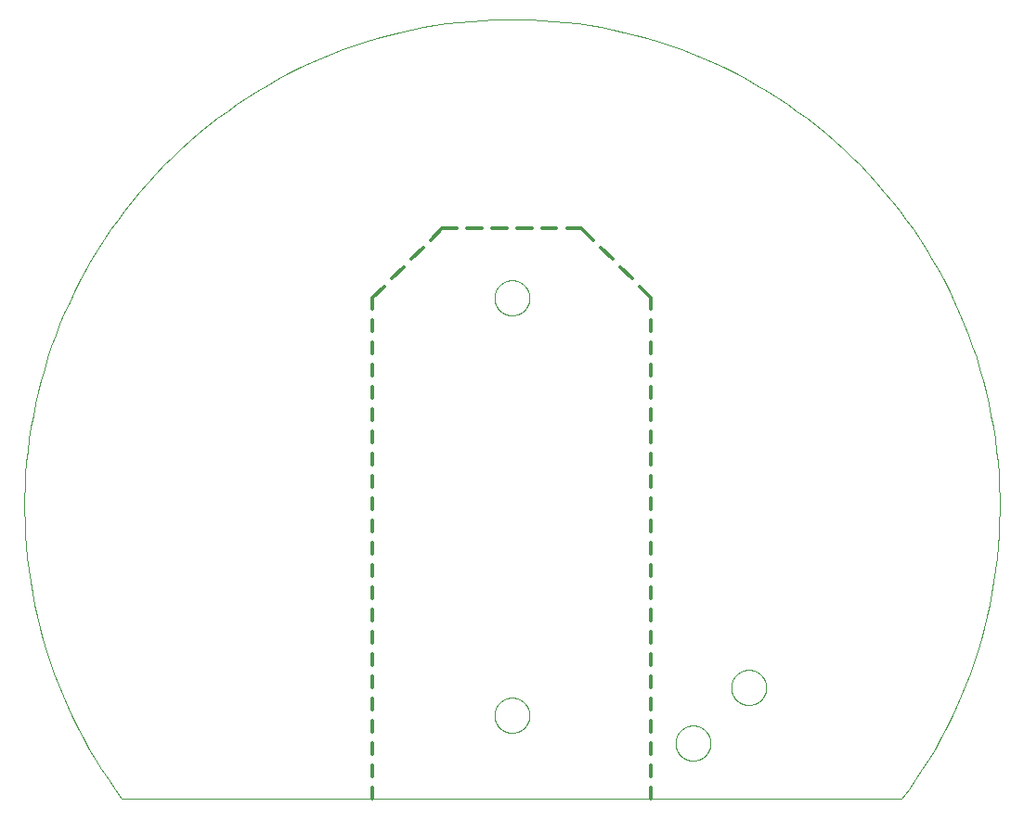
<source format=gbo>
G75*
%MOIN*%
%OFA0B0*%
%FSLAX25Y25*%
%IPPOS*%
%LPD*%
%AMOC8*
5,1,8,0,0,1.08239X$1,22.5*
%
%ADD10C,0.00000*%
%ADD11C,0.01200*%
D10*
X0101095Y0049933D02*
X0381095Y0049933D01*
X0319796Y0089933D02*
X0319798Y0090091D01*
X0319804Y0090249D01*
X0319814Y0090407D01*
X0319828Y0090565D01*
X0319846Y0090722D01*
X0319867Y0090879D01*
X0319893Y0091035D01*
X0319923Y0091191D01*
X0319956Y0091346D01*
X0319994Y0091499D01*
X0320035Y0091652D01*
X0320080Y0091804D01*
X0320129Y0091955D01*
X0320182Y0092104D01*
X0320238Y0092252D01*
X0320298Y0092398D01*
X0320362Y0092543D01*
X0320430Y0092686D01*
X0320501Y0092828D01*
X0320575Y0092968D01*
X0320653Y0093105D01*
X0320735Y0093241D01*
X0320819Y0093375D01*
X0320908Y0093506D01*
X0320999Y0093635D01*
X0321094Y0093762D01*
X0321191Y0093887D01*
X0321292Y0094009D01*
X0321396Y0094128D01*
X0321503Y0094245D01*
X0321613Y0094359D01*
X0321726Y0094470D01*
X0321841Y0094579D01*
X0321959Y0094684D01*
X0322080Y0094786D01*
X0322203Y0094886D01*
X0322329Y0094982D01*
X0322457Y0095075D01*
X0322587Y0095165D01*
X0322720Y0095251D01*
X0322855Y0095335D01*
X0322991Y0095414D01*
X0323130Y0095491D01*
X0323271Y0095563D01*
X0323413Y0095633D01*
X0323557Y0095698D01*
X0323703Y0095760D01*
X0323850Y0095818D01*
X0323999Y0095873D01*
X0324149Y0095924D01*
X0324300Y0095971D01*
X0324452Y0096014D01*
X0324605Y0096053D01*
X0324760Y0096089D01*
X0324915Y0096120D01*
X0325071Y0096148D01*
X0325227Y0096172D01*
X0325384Y0096192D01*
X0325542Y0096208D01*
X0325699Y0096220D01*
X0325858Y0096228D01*
X0326016Y0096232D01*
X0326174Y0096232D01*
X0326332Y0096228D01*
X0326491Y0096220D01*
X0326648Y0096208D01*
X0326806Y0096192D01*
X0326963Y0096172D01*
X0327119Y0096148D01*
X0327275Y0096120D01*
X0327430Y0096089D01*
X0327585Y0096053D01*
X0327738Y0096014D01*
X0327890Y0095971D01*
X0328041Y0095924D01*
X0328191Y0095873D01*
X0328340Y0095818D01*
X0328487Y0095760D01*
X0328633Y0095698D01*
X0328777Y0095633D01*
X0328919Y0095563D01*
X0329060Y0095491D01*
X0329199Y0095414D01*
X0329335Y0095335D01*
X0329470Y0095251D01*
X0329603Y0095165D01*
X0329733Y0095075D01*
X0329861Y0094982D01*
X0329987Y0094886D01*
X0330110Y0094786D01*
X0330231Y0094684D01*
X0330349Y0094579D01*
X0330464Y0094470D01*
X0330577Y0094359D01*
X0330687Y0094245D01*
X0330794Y0094128D01*
X0330898Y0094009D01*
X0330999Y0093887D01*
X0331096Y0093762D01*
X0331191Y0093635D01*
X0331282Y0093506D01*
X0331371Y0093375D01*
X0331455Y0093241D01*
X0331537Y0093105D01*
X0331615Y0092968D01*
X0331689Y0092828D01*
X0331760Y0092686D01*
X0331828Y0092543D01*
X0331892Y0092398D01*
X0331952Y0092252D01*
X0332008Y0092104D01*
X0332061Y0091955D01*
X0332110Y0091804D01*
X0332155Y0091652D01*
X0332196Y0091499D01*
X0332234Y0091346D01*
X0332267Y0091191D01*
X0332297Y0091035D01*
X0332323Y0090879D01*
X0332344Y0090722D01*
X0332362Y0090565D01*
X0332376Y0090407D01*
X0332386Y0090249D01*
X0332392Y0090091D01*
X0332394Y0089933D01*
X0332392Y0089775D01*
X0332386Y0089617D01*
X0332376Y0089459D01*
X0332362Y0089301D01*
X0332344Y0089144D01*
X0332323Y0088987D01*
X0332297Y0088831D01*
X0332267Y0088675D01*
X0332234Y0088520D01*
X0332196Y0088367D01*
X0332155Y0088214D01*
X0332110Y0088062D01*
X0332061Y0087911D01*
X0332008Y0087762D01*
X0331952Y0087614D01*
X0331892Y0087468D01*
X0331828Y0087323D01*
X0331760Y0087180D01*
X0331689Y0087038D01*
X0331615Y0086898D01*
X0331537Y0086761D01*
X0331455Y0086625D01*
X0331371Y0086491D01*
X0331282Y0086360D01*
X0331191Y0086231D01*
X0331096Y0086104D01*
X0330999Y0085979D01*
X0330898Y0085857D01*
X0330794Y0085738D01*
X0330687Y0085621D01*
X0330577Y0085507D01*
X0330464Y0085396D01*
X0330349Y0085287D01*
X0330231Y0085182D01*
X0330110Y0085080D01*
X0329987Y0084980D01*
X0329861Y0084884D01*
X0329733Y0084791D01*
X0329603Y0084701D01*
X0329470Y0084615D01*
X0329335Y0084531D01*
X0329199Y0084452D01*
X0329060Y0084375D01*
X0328919Y0084303D01*
X0328777Y0084233D01*
X0328633Y0084168D01*
X0328487Y0084106D01*
X0328340Y0084048D01*
X0328191Y0083993D01*
X0328041Y0083942D01*
X0327890Y0083895D01*
X0327738Y0083852D01*
X0327585Y0083813D01*
X0327430Y0083777D01*
X0327275Y0083746D01*
X0327119Y0083718D01*
X0326963Y0083694D01*
X0326806Y0083674D01*
X0326648Y0083658D01*
X0326491Y0083646D01*
X0326332Y0083638D01*
X0326174Y0083634D01*
X0326016Y0083634D01*
X0325858Y0083638D01*
X0325699Y0083646D01*
X0325542Y0083658D01*
X0325384Y0083674D01*
X0325227Y0083694D01*
X0325071Y0083718D01*
X0324915Y0083746D01*
X0324760Y0083777D01*
X0324605Y0083813D01*
X0324452Y0083852D01*
X0324300Y0083895D01*
X0324149Y0083942D01*
X0323999Y0083993D01*
X0323850Y0084048D01*
X0323703Y0084106D01*
X0323557Y0084168D01*
X0323413Y0084233D01*
X0323271Y0084303D01*
X0323130Y0084375D01*
X0322991Y0084452D01*
X0322855Y0084531D01*
X0322720Y0084615D01*
X0322587Y0084701D01*
X0322457Y0084791D01*
X0322329Y0084884D01*
X0322203Y0084980D01*
X0322080Y0085080D01*
X0321959Y0085182D01*
X0321841Y0085287D01*
X0321726Y0085396D01*
X0321613Y0085507D01*
X0321503Y0085621D01*
X0321396Y0085738D01*
X0321292Y0085857D01*
X0321191Y0085979D01*
X0321094Y0086104D01*
X0320999Y0086231D01*
X0320908Y0086360D01*
X0320819Y0086491D01*
X0320735Y0086625D01*
X0320653Y0086761D01*
X0320575Y0086898D01*
X0320501Y0087038D01*
X0320430Y0087180D01*
X0320362Y0087323D01*
X0320298Y0087468D01*
X0320238Y0087614D01*
X0320182Y0087762D01*
X0320129Y0087911D01*
X0320080Y0088062D01*
X0320035Y0088214D01*
X0319994Y0088367D01*
X0319956Y0088520D01*
X0319923Y0088675D01*
X0319893Y0088831D01*
X0319867Y0088987D01*
X0319846Y0089144D01*
X0319828Y0089301D01*
X0319814Y0089459D01*
X0319804Y0089617D01*
X0319798Y0089775D01*
X0319796Y0089933D01*
X0299796Y0069933D02*
X0299798Y0070091D01*
X0299804Y0070249D01*
X0299814Y0070407D01*
X0299828Y0070565D01*
X0299846Y0070722D01*
X0299867Y0070879D01*
X0299893Y0071035D01*
X0299923Y0071191D01*
X0299956Y0071346D01*
X0299994Y0071499D01*
X0300035Y0071652D01*
X0300080Y0071804D01*
X0300129Y0071955D01*
X0300182Y0072104D01*
X0300238Y0072252D01*
X0300298Y0072398D01*
X0300362Y0072543D01*
X0300430Y0072686D01*
X0300501Y0072828D01*
X0300575Y0072968D01*
X0300653Y0073105D01*
X0300735Y0073241D01*
X0300819Y0073375D01*
X0300908Y0073506D01*
X0300999Y0073635D01*
X0301094Y0073762D01*
X0301191Y0073887D01*
X0301292Y0074009D01*
X0301396Y0074128D01*
X0301503Y0074245D01*
X0301613Y0074359D01*
X0301726Y0074470D01*
X0301841Y0074579D01*
X0301959Y0074684D01*
X0302080Y0074786D01*
X0302203Y0074886D01*
X0302329Y0074982D01*
X0302457Y0075075D01*
X0302587Y0075165D01*
X0302720Y0075251D01*
X0302855Y0075335D01*
X0302991Y0075414D01*
X0303130Y0075491D01*
X0303271Y0075563D01*
X0303413Y0075633D01*
X0303557Y0075698D01*
X0303703Y0075760D01*
X0303850Y0075818D01*
X0303999Y0075873D01*
X0304149Y0075924D01*
X0304300Y0075971D01*
X0304452Y0076014D01*
X0304605Y0076053D01*
X0304760Y0076089D01*
X0304915Y0076120D01*
X0305071Y0076148D01*
X0305227Y0076172D01*
X0305384Y0076192D01*
X0305542Y0076208D01*
X0305699Y0076220D01*
X0305858Y0076228D01*
X0306016Y0076232D01*
X0306174Y0076232D01*
X0306332Y0076228D01*
X0306491Y0076220D01*
X0306648Y0076208D01*
X0306806Y0076192D01*
X0306963Y0076172D01*
X0307119Y0076148D01*
X0307275Y0076120D01*
X0307430Y0076089D01*
X0307585Y0076053D01*
X0307738Y0076014D01*
X0307890Y0075971D01*
X0308041Y0075924D01*
X0308191Y0075873D01*
X0308340Y0075818D01*
X0308487Y0075760D01*
X0308633Y0075698D01*
X0308777Y0075633D01*
X0308919Y0075563D01*
X0309060Y0075491D01*
X0309199Y0075414D01*
X0309335Y0075335D01*
X0309470Y0075251D01*
X0309603Y0075165D01*
X0309733Y0075075D01*
X0309861Y0074982D01*
X0309987Y0074886D01*
X0310110Y0074786D01*
X0310231Y0074684D01*
X0310349Y0074579D01*
X0310464Y0074470D01*
X0310577Y0074359D01*
X0310687Y0074245D01*
X0310794Y0074128D01*
X0310898Y0074009D01*
X0310999Y0073887D01*
X0311096Y0073762D01*
X0311191Y0073635D01*
X0311282Y0073506D01*
X0311371Y0073375D01*
X0311455Y0073241D01*
X0311537Y0073105D01*
X0311615Y0072968D01*
X0311689Y0072828D01*
X0311760Y0072686D01*
X0311828Y0072543D01*
X0311892Y0072398D01*
X0311952Y0072252D01*
X0312008Y0072104D01*
X0312061Y0071955D01*
X0312110Y0071804D01*
X0312155Y0071652D01*
X0312196Y0071499D01*
X0312234Y0071346D01*
X0312267Y0071191D01*
X0312297Y0071035D01*
X0312323Y0070879D01*
X0312344Y0070722D01*
X0312362Y0070565D01*
X0312376Y0070407D01*
X0312386Y0070249D01*
X0312392Y0070091D01*
X0312394Y0069933D01*
X0312392Y0069775D01*
X0312386Y0069617D01*
X0312376Y0069459D01*
X0312362Y0069301D01*
X0312344Y0069144D01*
X0312323Y0068987D01*
X0312297Y0068831D01*
X0312267Y0068675D01*
X0312234Y0068520D01*
X0312196Y0068367D01*
X0312155Y0068214D01*
X0312110Y0068062D01*
X0312061Y0067911D01*
X0312008Y0067762D01*
X0311952Y0067614D01*
X0311892Y0067468D01*
X0311828Y0067323D01*
X0311760Y0067180D01*
X0311689Y0067038D01*
X0311615Y0066898D01*
X0311537Y0066761D01*
X0311455Y0066625D01*
X0311371Y0066491D01*
X0311282Y0066360D01*
X0311191Y0066231D01*
X0311096Y0066104D01*
X0310999Y0065979D01*
X0310898Y0065857D01*
X0310794Y0065738D01*
X0310687Y0065621D01*
X0310577Y0065507D01*
X0310464Y0065396D01*
X0310349Y0065287D01*
X0310231Y0065182D01*
X0310110Y0065080D01*
X0309987Y0064980D01*
X0309861Y0064884D01*
X0309733Y0064791D01*
X0309603Y0064701D01*
X0309470Y0064615D01*
X0309335Y0064531D01*
X0309199Y0064452D01*
X0309060Y0064375D01*
X0308919Y0064303D01*
X0308777Y0064233D01*
X0308633Y0064168D01*
X0308487Y0064106D01*
X0308340Y0064048D01*
X0308191Y0063993D01*
X0308041Y0063942D01*
X0307890Y0063895D01*
X0307738Y0063852D01*
X0307585Y0063813D01*
X0307430Y0063777D01*
X0307275Y0063746D01*
X0307119Y0063718D01*
X0306963Y0063694D01*
X0306806Y0063674D01*
X0306648Y0063658D01*
X0306491Y0063646D01*
X0306332Y0063638D01*
X0306174Y0063634D01*
X0306016Y0063634D01*
X0305858Y0063638D01*
X0305699Y0063646D01*
X0305542Y0063658D01*
X0305384Y0063674D01*
X0305227Y0063694D01*
X0305071Y0063718D01*
X0304915Y0063746D01*
X0304760Y0063777D01*
X0304605Y0063813D01*
X0304452Y0063852D01*
X0304300Y0063895D01*
X0304149Y0063942D01*
X0303999Y0063993D01*
X0303850Y0064048D01*
X0303703Y0064106D01*
X0303557Y0064168D01*
X0303413Y0064233D01*
X0303271Y0064303D01*
X0303130Y0064375D01*
X0302991Y0064452D01*
X0302855Y0064531D01*
X0302720Y0064615D01*
X0302587Y0064701D01*
X0302457Y0064791D01*
X0302329Y0064884D01*
X0302203Y0064980D01*
X0302080Y0065080D01*
X0301959Y0065182D01*
X0301841Y0065287D01*
X0301726Y0065396D01*
X0301613Y0065507D01*
X0301503Y0065621D01*
X0301396Y0065738D01*
X0301292Y0065857D01*
X0301191Y0065979D01*
X0301094Y0066104D01*
X0300999Y0066231D01*
X0300908Y0066360D01*
X0300819Y0066491D01*
X0300735Y0066625D01*
X0300653Y0066761D01*
X0300575Y0066898D01*
X0300501Y0067038D01*
X0300430Y0067180D01*
X0300362Y0067323D01*
X0300298Y0067468D01*
X0300238Y0067614D01*
X0300182Y0067762D01*
X0300129Y0067911D01*
X0300080Y0068062D01*
X0300035Y0068214D01*
X0299994Y0068367D01*
X0299956Y0068520D01*
X0299923Y0068675D01*
X0299893Y0068831D01*
X0299867Y0068987D01*
X0299846Y0069144D01*
X0299828Y0069301D01*
X0299814Y0069459D01*
X0299804Y0069617D01*
X0299798Y0069775D01*
X0299796Y0069933D01*
X0234796Y0079933D02*
X0234798Y0080091D01*
X0234804Y0080249D01*
X0234814Y0080407D01*
X0234828Y0080565D01*
X0234846Y0080722D01*
X0234867Y0080879D01*
X0234893Y0081035D01*
X0234923Y0081191D01*
X0234956Y0081346D01*
X0234994Y0081499D01*
X0235035Y0081652D01*
X0235080Y0081804D01*
X0235129Y0081955D01*
X0235182Y0082104D01*
X0235238Y0082252D01*
X0235298Y0082398D01*
X0235362Y0082543D01*
X0235430Y0082686D01*
X0235501Y0082828D01*
X0235575Y0082968D01*
X0235653Y0083105D01*
X0235735Y0083241D01*
X0235819Y0083375D01*
X0235908Y0083506D01*
X0235999Y0083635D01*
X0236094Y0083762D01*
X0236191Y0083887D01*
X0236292Y0084009D01*
X0236396Y0084128D01*
X0236503Y0084245D01*
X0236613Y0084359D01*
X0236726Y0084470D01*
X0236841Y0084579D01*
X0236959Y0084684D01*
X0237080Y0084786D01*
X0237203Y0084886D01*
X0237329Y0084982D01*
X0237457Y0085075D01*
X0237587Y0085165D01*
X0237720Y0085251D01*
X0237855Y0085335D01*
X0237991Y0085414D01*
X0238130Y0085491D01*
X0238271Y0085563D01*
X0238413Y0085633D01*
X0238557Y0085698D01*
X0238703Y0085760D01*
X0238850Y0085818D01*
X0238999Y0085873D01*
X0239149Y0085924D01*
X0239300Y0085971D01*
X0239452Y0086014D01*
X0239605Y0086053D01*
X0239760Y0086089D01*
X0239915Y0086120D01*
X0240071Y0086148D01*
X0240227Y0086172D01*
X0240384Y0086192D01*
X0240542Y0086208D01*
X0240699Y0086220D01*
X0240858Y0086228D01*
X0241016Y0086232D01*
X0241174Y0086232D01*
X0241332Y0086228D01*
X0241491Y0086220D01*
X0241648Y0086208D01*
X0241806Y0086192D01*
X0241963Y0086172D01*
X0242119Y0086148D01*
X0242275Y0086120D01*
X0242430Y0086089D01*
X0242585Y0086053D01*
X0242738Y0086014D01*
X0242890Y0085971D01*
X0243041Y0085924D01*
X0243191Y0085873D01*
X0243340Y0085818D01*
X0243487Y0085760D01*
X0243633Y0085698D01*
X0243777Y0085633D01*
X0243919Y0085563D01*
X0244060Y0085491D01*
X0244199Y0085414D01*
X0244335Y0085335D01*
X0244470Y0085251D01*
X0244603Y0085165D01*
X0244733Y0085075D01*
X0244861Y0084982D01*
X0244987Y0084886D01*
X0245110Y0084786D01*
X0245231Y0084684D01*
X0245349Y0084579D01*
X0245464Y0084470D01*
X0245577Y0084359D01*
X0245687Y0084245D01*
X0245794Y0084128D01*
X0245898Y0084009D01*
X0245999Y0083887D01*
X0246096Y0083762D01*
X0246191Y0083635D01*
X0246282Y0083506D01*
X0246371Y0083375D01*
X0246455Y0083241D01*
X0246537Y0083105D01*
X0246615Y0082968D01*
X0246689Y0082828D01*
X0246760Y0082686D01*
X0246828Y0082543D01*
X0246892Y0082398D01*
X0246952Y0082252D01*
X0247008Y0082104D01*
X0247061Y0081955D01*
X0247110Y0081804D01*
X0247155Y0081652D01*
X0247196Y0081499D01*
X0247234Y0081346D01*
X0247267Y0081191D01*
X0247297Y0081035D01*
X0247323Y0080879D01*
X0247344Y0080722D01*
X0247362Y0080565D01*
X0247376Y0080407D01*
X0247386Y0080249D01*
X0247392Y0080091D01*
X0247394Y0079933D01*
X0247392Y0079775D01*
X0247386Y0079617D01*
X0247376Y0079459D01*
X0247362Y0079301D01*
X0247344Y0079144D01*
X0247323Y0078987D01*
X0247297Y0078831D01*
X0247267Y0078675D01*
X0247234Y0078520D01*
X0247196Y0078367D01*
X0247155Y0078214D01*
X0247110Y0078062D01*
X0247061Y0077911D01*
X0247008Y0077762D01*
X0246952Y0077614D01*
X0246892Y0077468D01*
X0246828Y0077323D01*
X0246760Y0077180D01*
X0246689Y0077038D01*
X0246615Y0076898D01*
X0246537Y0076761D01*
X0246455Y0076625D01*
X0246371Y0076491D01*
X0246282Y0076360D01*
X0246191Y0076231D01*
X0246096Y0076104D01*
X0245999Y0075979D01*
X0245898Y0075857D01*
X0245794Y0075738D01*
X0245687Y0075621D01*
X0245577Y0075507D01*
X0245464Y0075396D01*
X0245349Y0075287D01*
X0245231Y0075182D01*
X0245110Y0075080D01*
X0244987Y0074980D01*
X0244861Y0074884D01*
X0244733Y0074791D01*
X0244603Y0074701D01*
X0244470Y0074615D01*
X0244335Y0074531D01*
X0244199Y0074452D01*
X0244060Y0074375D01*
X0243919Y0074303D01*
X0243777Y0074233D01*
X0243633Y0074168D01*
X0243487Y0074106D01*
X0243340Y0074048D01*
X0243191Y0073993D01*
X0243041Y0073942D01*
X0242890Y0073895D01*
X0242738Y0073852D01*
X0242585Y0073813D01*
X0242430Y0073777D01*
X0242275Y0073746D01*
X0242119Y0073718D01*
X0241963Y0073694D01*
X0241806Y0073674D01*
X0241648Y0073658D01*
X0241491Y0073646D01*
X0241332Y0073638D01*
X0241174Y0073634D01*
X0241016Y0073634D01*
X0240858Y0073638D01*
X0240699Y0073646D01*
X0240542Y0073658D01*
X0240384Y0073674D01*
X0240227Y0073694D01*
X0240071Y0073718D01*
X0239915Y0073746D01*
X0239760Y0073777D01*
X0239605Y0073813D01*
X0239452Y0073852D01*
X0239300Y0073895D01*
X0239149Y0073942D01*
X0238999Y0073993D01*
X0238850Y0074048D01*
X0238703Y0074106D01*
X0238557Y0074168D01*
X0238413Y0074233D01*
X0238271Y0074303D01*
X0238130Y0074375D01*
X0237991Y0074452D01*
X0237855Y0074531D01*
X0237720Y0074615D01*
X0237587Y0074701D01*
X0237457Y0074791D01*
X0237329Y0074884D01*
X0237203Y0074980D01*
X0237080Y0075080D01*
X0236959Y0075182D01*
X0236841Y0075287D01*
X0236726Y0075396D01*
X0236613Y0075507D01*
X0236503Y0075621D01*
X0236396Y0075738D01*
X0236292Y0075857D01*
X0236191Y0075979D01*
X0236094Y0076104D01*
X0235999Y0076231D01*
X0235908Y0076360D01*
X0235819Y0076491D01*
X0235735Y0076625D01*
X0235653Y0076761D01*
X0235575Y0076898D01*
X0235501Y0077038D01*
X0235430Y0077180D01*
X0235362Y0077323D01*
X0235298Y0077468D01*
X0235238Y0077614D01*
X0235182Y0077762D01*
X0235129Y0077911D01*
X0235080Y0078062D01*
X0235035Y0078214D01*
X0234994Y0078367D01*
X0234956Y0078520D01*
X0234923Y0078675D01*
X0234893Y0078831D01*
X0234867Y0078987D01*
X0234846Y0079144D01*
X0234828Y0079301D01*
X0234814Y0079459D01*
X0234804Y0079617D01*
X0234798Y0079775D01*
X0234796Y0079933D01*
X0101095Y0049933D02*
X0098565Y0053390D01*
X0096120Y0056909D01*
X0093762Y0060486D01*
X0091492Y0064119D01*
X0089311Y0067808D01*
X0087222Y0071548D01*
X0085225Y0075338D01*
X0083321Y0079176D01*
X0081512Y0083060D01*
X0079798Y0086987D01*
X0078181Y0090954D01*
X0076661Y0094960D01*
X0075240Y0099002D01*
X0073918Y0103077D01*
X0072696Y0107184D01*
X0071575Y0111319D01*
X0070556Y0115480D01*
X0069639Y0119665D01*
X0068824Y0123872D01*
X0068113Y0128096D01*
X0067505Y0132338D01*
X0067002Y0136592D01*
X0066602Y0140858D01*
X0066307Y0145132D01*
X0066117Y0149412D01*
X0066031Y0153696D01*
X0066051Y0157980D01*
X0066175Y0162263D01*
X0066404Y0166541D01*
X0066737Y0170812D01*
X0067175Y0175074D01*
X0067717Y0179324D01*
X0068363Y0183560D01*
X0069113Y0187778D01*
X0069965Y0191977D01*
X0070920Y0196153D01*
X0071977Y0200305D01*
X0073135Y0204430D01*
X0074394Y0208526D01*
X0075752Y0212589D01*
X0077210Y0216618D01*
X0078766Y0220610D01*
X0080419Y0224562D01*
X0082168Y0228473D01*
X0084012Y0232340D01*
X0085951Y0236161D01*
X0087982Y0239933D01*
X0090105Y0243655D01*
X0092318Y0247323D01*
X0094621Y0250936D01*
X0097011Y0254492D01*
X0099488Y0257988D01*
X0102049Y0261422D01*
X0104694Y0264793D01*
X0107420Y0268098D01*
X0110227Y0271335D01*
X0113112Y0274503D01*
X0116073Y0277599D01*
X0119110Y0280622D01*
X0122219Y0283569D01*
X0125400Y0286440D01*
X0128649Y0289231D01*
X0131967Y0291943D01*
X0135349Y0294572D01*
X0138795Y0297118D01*
X0142302Y0299579D01*
X0145869Y0301953D01*
X0149492Y0304239D01*
X0153170Y0306436D01*
X0156901Y0308543D01*
X0160683Y0310557D01*
X0164512Y0312478D01*
X0168388Y0314305D01*
X0172306Y0316036D01*
X0176267Y0317672D01*
X0180266Y0319209D01*
X0184301Y0320649D01*
X0188370Y0321989D01*
X0192471Y0323229D01*
X0196601Y0324369D01*
X0200758Y0325407D01*
X0204939Y0326343D01*
X0209141Y0327176D01*
X0213363Y0327907D01*
X0217601Y0328533D01*
X0221854Y0329056D01*
X0226118Y0329475D01*
X0230390Y0329789D01*
X0234670Y0329999D01*
X0238953Y0330104D01*
X0243237Y0330104D01*
X0247520Y0329999D01*
X0251800Y0329789D01*
X0256072Y0329475D01*
X0260336Y0329056D01*
X0264589Y0328533D01*
X0268827Y0327907D01*
X0273049Y0327176D01*
X0277251Y0326343D01*
X0281432Y0325407D01*
X0285589Y0324369D01*
X0289719Y0323229D01*
X0293820Y0321989D01*
X0297889Y0320649D01*
X0301924Y0319209D01*
X0305923Y0317672D01*
X0309884Y0316036D01*
X0313802Y0314305D01*
X0317678Y0312478D01*
X0321507Y0310557D01*
X0325289Y0308543D01*
X0329020Y0306436D01*
X0332698Y0304239D01*
X0336321Y0301953D01*
X0339888Y0299579D01*
X0343395Y0297118D01*
X0346841Y0294572D01*
X0350223Y0291943D01*
X0353541Y0289231D01*
X0356790Y0286440D01*
X0359971Y0283569D01*
X0363080Y0280622D01*
X0366117Y0277599D01*
X0369078Y0274503D01*
X0371963Y0271335D01*
X0374770Y0268098D01*
X0377496Y0264793D01*
X0380141Y0261422D01*
X0382702Y0257988D01*
X0385179Y0254492D01*
X0387569Y0250936D01*
X0389872Y0247323D01*
X0392085Y0243655D01*
X0394208Y0239933D01*
X0396239Y0236161D01*
X0398178Y0232340D01*
X0400022Y0228473D01*
X0401771Y0224562D01*
X0403424Y0220610D01*
X0404980Y0216618D01*
X0406438Y0212589D01*
X0407796Y0208526D01*
X0409055Y0204430D01*
X0410213Y0200305D01*
X0411270Y0196153D01*
X0412225Y0191977D01*
X0413077Y0187778D01*
X0413827Y0183560D01*
X0414473Y0179324D01*
X0415015Y0175074D01*
X0415453Y0170812D01*
X0415786Y0166541D01*
X0416015Y0162263D01*
X0416139Y0157980D01*
X0416159Y0153696D01*
X0416073Y0149412D01*
X0415883Y0145132D01*
X0415588Y0140858D01*
X0415188Y0136592D01*
X0414685Y0132338D01*
X0414077Y0128096D01*
X0413366Y0123872D01*
X0412551Y0119665D01*
X0411634Y0115480D01*
X0410615Y0111319D01*
X0409494Y0107184D01*
X0408272Y0103077D01*
X0406950Y0099002D01*
X0405529Y0094960D01*
X0404009Y0090954D01*
X0402392Y0086987D01*
X0400678Y0083060D01*
X0398869Y0079176D01*
X0396965Y0075338D01*
X0394968Y0071548D01*
X0392879Y0067808D01*
X0390698Y0064119D01*
X0388428Y0060486D01*
X0386070Y0056909D01*
X0383625Y0053390D01*
X0381095Y0049933D01*
X0234796Y0229933D02*
X0234798Y0230091D01*
X0234804Y0230249D01*
X0234814Y0230407D01*
X0234828Y0230565D01*
X0234846Y0230722D01*
X0234867Y0230879D01*
X0234893Y0231035D01*
X0234923Y0231191D01*
X0234956Y0231346D01*
X0234994Y0231499D01*
X0235035Y0231652D01*
X0235080Y0231804D01*
X0235129Y0231955D01*
X0235182Y0232104D01*
X0235238Y0232252D01*
X0235298Y0232398D01*
X0235362Y0232543D01*
X0235430Y0232686D01*
X0235501Y0232828D01*
X0235575Y0232968D01*
X0235653Y0233105D01*
X0235735Y0233241D01*
X0235819Y0233375D01*
X0235908Y0233506D01*
X0235999Y0233635D01*
X0236094Y0233762D01*
X0236191Y0233887D01*
X0236292Y0234009D01*
X0236396Y0234128D01*
X0236503Y0234245D01*
X0236613Y0234359D01*
X0236726Y0234470D01*
X0236841Y0234579D01*
X0236959Y0234684D01*
X0237080Y0234786D01*
X0237203Y0234886D01*
X0237329Y0234982D01*
X0237457Y0235075D01*
X0237587Y0235165D01*
X0237720Y0235251D01*
X0237855Y0235335D01*
X0237991Y0235414D01*
X0238130Y0235491D01*
X0238271Y0235563D01*
X0238413Y0235633D01*
X0238557Y0235698D01*
X0238703Y0235760D01*
X0238850Y0235818D01*
X0238999Y0235873D01*
X0239149Y0235924D01*
X0239300Y0235971D01*
X0239452Y0236014D01*
X0239605Y0236053D01*
X0239760Y0236089D01*
X0239915Y0236120D01*
X0240071Y0236148D01*
X0240227Y0236172D01*
X0240384Y0236192D01*
X0240542Y0236208D01*
X0240699Y0236220D01*
X0240858Y0236228D01*
X0241016Y0236232D01*
X0241174Y0236232D01*
X0241332Y0236228D01*
X0241491Y0236220D01*
X0241648Y0236208D01*
X0241806Y0236192D01*
X0241963Y0236172D01*
X0242119Y0236148D01*
X0242275Y0236120D01*
X0242430Y0236089D01*
X0242585Y0236053D01*
X0242738Y0236014D01*
X0242890Y0235971D01*
X0243041Y0235924D01*
X0243191Y0235873D01*
X0243340Y0235818D01*
X0243487Y0235760D01*
X0243633Y0235698D01*
X0243777Y0235633D01*
X0243919Y0235563D01*
X0244060Y0235491D01*
X0244199Y0235414D01*
X0244335Y0235335D01*
X0244470Y0235251D01*
X0244603Y0235165D01*
X0244733Y0235075D01*
X0244861Y0234982D01*
X0244987Y0234886D01*
X0245110Y0234786D01*
X0245231Y0234684D01*
X0245349Y0234579D01*
X0245464Y0234470D01*
X0245577Y0234359D01*
X0245687Y0234245D01*
X0245794Y0234128D01*
X0245898Y0234009D01*
X0245999Y0233887D01*
X0246096Y0233762D01*
X0246191Y0233635D01*
X0246282Y0233506D01*
X0246371Y0233375D01*
X0246455Y0233241D01*
X0246537Y0233105D01*
X0246615Y0232968D01*
X0246689Y0232828D01*
X0246760Y0232686D01*
X0246828Y0232543D01*
X0246892Y0232398D01*
X0246952Y0232252D01*
X0247008Y0232104D01*
X0247061Y0231955D01*
X0247110Y0231804D01*
X0247155Y0231652D01*
X0247196Y0231499D01*
X0247234Y0231346D01*
X0247267Y0231191D01*
X0247297Y0231035D01*
X0247323Y0230879D01*
X0247344Y0230722D01*
X0247362Y0230565D01*
X0247376Y0230407D01*
X0247386Y0230249D01*
X0247392Y0230091D01*
X0247394Y0229933D01*
X0247392Y0229775D01*
X0247386Y0229617D01*
X0247376Y0229459D01*
X0247362Y0229301D01*
X0247344Y0229144D01*
X0247323Y0228987D01*
X0247297Y0228831D01*
X0247267Y0228675D01*
X0247234Y0228520D01*
X0247196Y0228367D01*
X0247155Y0228214D01*
X0247110Y0228062D01*
X0247061Y0227911D01*
X0247008Y0227762D01*
X0246952Y0227614D01*
X0246892Y0227468D01*
X0246828Y0227323D01*
X0246760Y0227180D01*
X0246689Y0227038D01*
X0246615Y0226898D01*
X0246537Y0226761D01*
X0246455Y0226625D01*
X0246371Y0226491D01*
X0246282Y0226360D01*
X0246191Y0226231D01*
X0246096Y0226104D01*
X0245999Y0225979D01*
X0245898Y0225857D01*
X0245794Y0225738D01*
X0245687Y0225621D01*
X0245577Y0225507D01*
X0245464Y0225396D01*
X0245349Y0225287D01*
X0245231Y0225182D01*
X0245110Y0225080D01*
X0244987Y0224980D01*
X0244861Y0224884D01*
X0244733Y0224791D01*
X0244603Y0224701D01*
X0244470Y0224615D01*
X0244335Y0224531D01*
X0244199Y0224452D01*
X0244060Y0224375D01*
X0243919Y0224303D01*
X0243777Y0224233D01*
X0243633Y0224168D01*
X0243487Y0224106D01*
X0243340Y0224048D01*
X0243191Y0223993D01*
X0243041Y0223942D01*
X0242890Y0223895D01*
X0242738Y0223852D01*
X0242585Y0223813D01*
X0242430Y0223777D01*
X0242275Y0223746D01*
X0242119Y0223718D01*
X0241963Y0223694D01*
X0241806Y0223674D01*
X0241648Y0223658D01*
X0241491Y0223646D01*
X0241332Y0223638D01*
X0241174Y0223634D01*
X0241016Y0223634D01*
X0240858Y0223638D01*
X0240699Y0223646D01*
X0240542Y0223658D01*
X0240384Y0223674D01*
X0240227Y0223694D01*
X0240071Y0223718D01*
X0239915Y0223746D01*
X0239760Y0223777D01*
X0239605Y0223813D01*
X0239452Y0223852D01*
X0239300Y0223895D01*
X0239149Y0223942D01*
X0238999Y0223993D01*
X0238850Y0224048D01*
X0238703Y0224106D01*
X0238557Y0224168D01*
X0238413Y0224233D01*
X0238271Y0224303D01*
X0238130Y0224375D01*
X0237991Y0224452D01*
X0237855Y0224531D01*
X0237720Y0224615D01*
X0237587Y0224701D01*
X0237457Y0224791D01*
X0237329Y0224884D01*
X0237203Y0224980D01*
X0237080Y0225080D01*
X0236959Y0225182D01*
X0236841Y0225287D01*
X0236726Y0225396D01*
X0236613Y0225507D01*
X0236503Y0225621D01*
X0236396Y0225738D01*
X0236292Y0225857D01*
X0236191Y0225979D01*
X0236094Y0226104D01*
X0235999Y0226231D01*
X0235908Y0226360D01*
X0235819Y0226491D01*
X0235735Y0226625D01*
X0235653Y0226761D01*
X0235575Y0226898D01*
X0235501Y0227038D01*
X0235430Y0227180D01*
X0235362Y0227323D01*
X0235298Y0227468D01*
X0235238Y0227614D01*
X0235182Y0227762D01*
X0235129Y0227911D01*
X0235080Y0228062D01*
X0235035Y0228214D01*
X0234994Y0228367D01*
X0234956Y0228520D01*
X0234923Y0228675D01*
X0234893Y0228831D01*
X0234867Y0228987D01*
X0234846Y0229144D01*
X0234828Y0229301D01*
X0234814Y0229459D01*
X0234804Y0229617D01*
X0234798Y0229775D01*
X0234796Y0229933D01*
D11*
X0211933Y0250771D02*
X0216095Y0254933D01*
X0221148Y0254933D01*
X0225085Y0254933D02*
X0230137Y0254933D01*
X0234074Y0254933D02*
X0239127Y0254933D01*
X0243064Y0254933D02*
X0248116Y0254933D01*
X0252053Y0254933D02*
X0257106Y0254933D01*
X0261043Y0254933D02*
X0266095Y0254933D01*
X0270257Y0250771D01*
X0273041Y0247987D02*
X0277203Y0243825D01*
X0279987Y0241041D02*
X0284149Y0236879D01*
X0286933Y0234095D02*
X0291095Y0229933D01*
X0291095Y0225873D01*
X0291095Y0221936D02*
X0291095Y0217876D01*
X0291095Y0213939D02*
X0291095Y0209878D01*
X0291095Y0205941D02*
X0291095Y0201881D01*
X0291095Y0197944D02*
X0291095Y0193884D01*
X0291095Y0189947D02*
X0291095Y0185887D01*
X0291095Y0181950D02*
X0291095Y0177889D01*
X0291095Y0173952D02*
X0291095Y0169892D01*
X0291095Y0165955D02*
X0291095Y0161895D01*
X0291095Y0157958D02*
X0291095Y0153897D01*
X0291095Y0149960D02*
X0291095Y0145900D01*
X0291095Y0141963D02*
X0291095Y0137903D01*
X0291095Y0133966D02*
X0291095Y0129906D01*
X0291095Y0125969D02*
X0291095Y0121908D01*
X0291095Y0117971D02*
X0291095Y0113911D01*
X0291095Y0109974D02*
X0291095Y0105914D01*
X0291095Y0101977D02*
X0291095Y0097917D01*
X0291095Y0093980D02*
X0291095Y0089919D01*
X0291095Y0085982D02*
X0291095Y0081922D01*
X0291095Y0077985D02*
X0291095Y0073925D01*
X0291095Y0069988D02*
X0291095Y0065928D01*
X0291095Y0061991D02*
X0291095Y0057930D01*
X0291095Y0053993D02*
X0291095Y0049933D01*
X0191095Y0049933D02*
X0191095Y0053993D01*
X0191095Y0057930D02*
X0191095Y0061991D01*
X0191095Y0065928D02*
X0191095Y0069988D01*
X0191095Y0073925D02*
X0191095Y0077985D01*
X0191095Y0081922D02*
X0191095Y0085982D01*
X0191095Y0089919D02*
X0191095Y0093980D01*
X0191095Y0097917D02*
X0191095Y0101977D01*
X0191095Y0105914D02*
X0191095Y0109974D01*
X0191095Y0113911D02*
X0191095Y0117971D01*
X0191095Y0121908D02*
X0191095Y0125969D01*
X0191095Y0129906D02*
X0191095Y0133966D01*
X0191095Y0137903D02*
X0191095Y0141963D01*
X0191095Y0145900D02*
X0191095Y0149960D01*
X0191095Y0153897D02*
X0191095Y0157958D01*
X0191095Y0161895D02*
X0191095Y0165955D01*
X0191095Y0169892D02*
X0191095Y0173952D01*
X0191095Y0177889D02*
X0191095Y0181950D01*
X0191095Y0185887D02*
X0191095Y0189947D01*
X0191095Y0193884D02*
X0191095Y0197944D01*
X0191095Y0201881D02*
X0191095Y0205941D01*
X0191095Y0209878D02*
X0191095Y0213939D01*
X0191095Y0217876D02*
X0191095Y0221936D01*
X0191095Y0225873D02*
X0191095Y0229933D01*
X0195257Y0234095D01*
X0198041Y0236879D02*
X0202203Y0241041D01*
X0204987Y0243825D02*
X0209149Y0247987D01*
M02*

</source>
